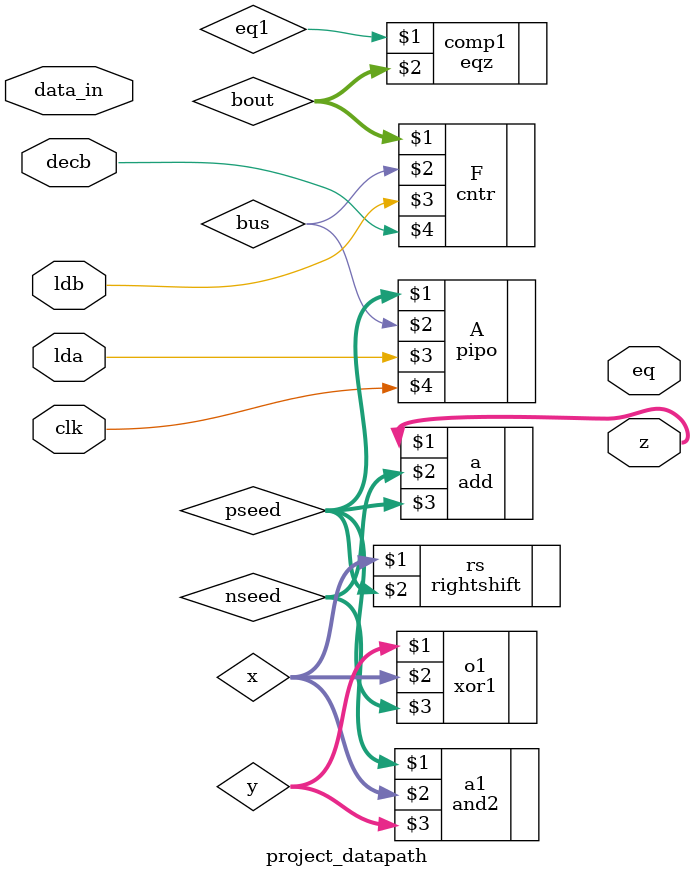
<source format=v>
`timescale 1ns / 1ps
module project_datapath(eq,lda,ldb,decb,z,data_in,clk);
input lda,ldb;
input decb;
input clk;
input[15:0] data_in;
output[15:0] z;
output eq;
wire[15:0] pseed,x,y,nseed,bout;
pipo A(pseed,bus,lda,clk);

rightshift rs(x,pseed);
xor1 o1(y,x,pseed);
and2 a1(nseed,x,y);
eqz comp1(eq1,bout);
cntr F(bout,bus,ldb,decb);

add a(z,nseed,pseed);
endmodule


</source>
